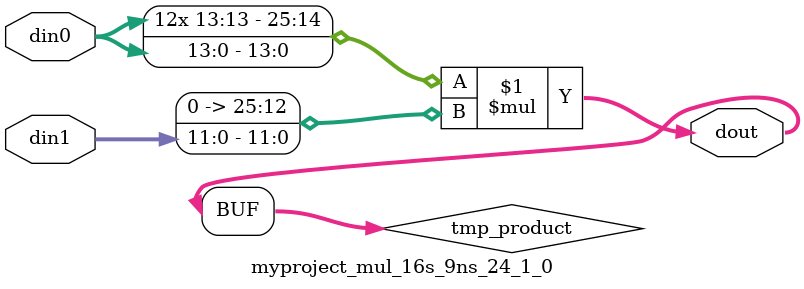
<source format=v>

`timescale 1 ns / 1 ps

  module myproject_mul_16s_9ns_24_1_0(din0, din1, dout);
parameter ID = 1;
parameter NUM_STAGE = 0;
parameter din0_WIDTH = 14;
parameter din1_WIDTH = 12;
parameter dout_WIDTH = 26;

input [din0_WIDTH - 1 : 0] din0; 
input [din1_WIDTH - 1 : 0] din1; 
output [dout_WIDTH - 1 : 0] dout;

wire signed [dout_WIDTH - 1 : 0] tmp_product;












assign tmp_product = $signed(din0) * $signed({1'b0, din1});









assign dout = tmp_product;







endmodule

</source>
